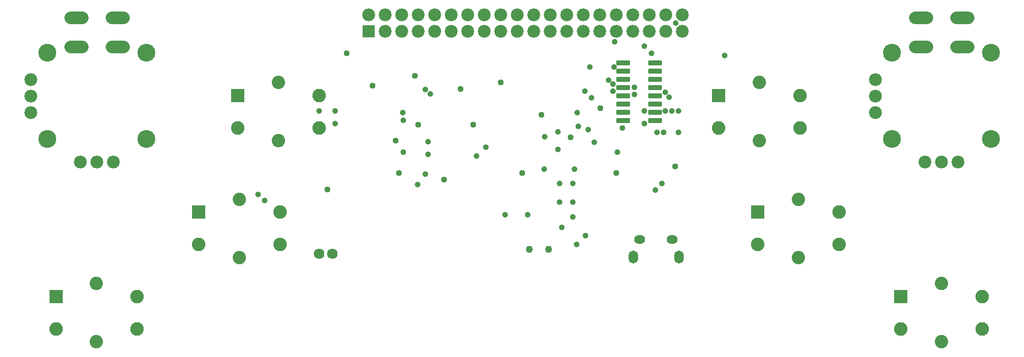
<source format=gbr>
G04 EAGLE Gerber RS-274X export*
G75*
%MOMM*%
%FSLAX34Y34*%
%LPD*%
%INSoldermask Top*%
%IPPOS*%
%AMOC8*
5,1,8,0,0,1.08239X$1,22.5*%
G01*
%ADD10C,1.411200*%
%ADD11C,1.473200*%
%ADD12C,1.103200*%
%ADD13C,2.743200*%
%ADD14C,1.981200*%
%ADD15C,1.981200*%
%ADD16C,0.353406*%
%ADD17R,1.981200X1.981200*%
%ADD18R,2.078200X2.078200*%
%ADD19C,2.078200*%
%ADD20C,2.053200*%
%ADD21C,1.625600*%
%ADD22C,0.959600*%
%ADD23C,0.909600*%


D10*
X1036962Y622474D03*
X1034422Y622474D03*
X1035692Y622474D03*
X987178Y622474D03*
X984638Y622474D03*
X986162Y622474D03*
D11*
X1045852Y598090D03*
X975748Y598090D03*
X1045852Y593010D03*
X1045852Y595296D03*
X975748Y593010D03*
X975748Y595550D03*
D12*
X846000Y607400D03*
X816000Y607400D03*
D13*
X1373500Y910675D03*
X1525900Y910675D03*
X1525900Y777325D03*
X1373500Y777325D03*
D14*
X1475100Y742400D03*
X1449700Y742400D03*
X1424300Y742400D03*
X1348100Y844000D03*
X1348100Y818600D03*
X1348100Y869400D03*
D15*
X1472560Y920200D02*
X1490340Y920200D01*
X1426840Y920200D02*
X1409060Y920200D01*
X1409060Y965200D02*
X1426840Y965200D01*
X1472560Y965200D02*
X1490340Y965200D01*
D16*
X1017999Y808299D02*
X1000501Y808299D01*
X1017999Y808299D02*
X1017999Y803801D01*
X1000501Y803801D01*
X1000501Y808299D01*
X1000501Y807158D02*
X1017999Y807158D01*
X1017999Y820999D02*
X1000501Y820999D01*
X1017999Y820999D02*
X1017999Y816501D01*
X1000501Y816501D01*
X1000501Y820999D01*
X1000501Y819858D02*
X1017999Y819858D01*
X1017999Y833699D02*
X1000501Y833699D01*
X1017999Y833699D02*
X1017999Y829201D01*
X1000501Y829201D01*
X1000501Y833699D01*
X1000501Y832558D02*
X1017999Y832558D01*
X1017999Y846399D02*
X1000501Y846399D01*
X1017999Y846399D02*
X1017999Y841901D01*
X1000501Y841901D01*
X1000501Y846399D01*
X1000501Y845258D02*
X1017999Y845258D01*
X1017999Y859099D02*
X1000501Y859099D01*
X1017999Y859099D02*
X1017999Y854601D01*
X1000501Y854601D01*
X1000501Y859099D01*
X1000501Y857958D02*
X1017999Y857958D01*
X1017999Y871799D02*
X1000501Y871799D01*
X1017999Y871799D02*
X1017999Y867301D01*
X1000501Y867301D01*
X1000501Y871799D01*
X1000501Y870658D02*
X1017999Y870658D01*
X1017999Y884499D02*
X1000501Y884499D01*
X1017999Y884499D02*
X1017999Y880001D01*
X1000501Y880001D01*
X1000501Y884499D01*
X1000501Y883358D02*
X1017999Y883358D01*
X1017999Y897199D02*
X1000501Y897199D01*
X1017999Y897199D02*
X1017999Y892701D01*
X1000501Y892701D01*
X1000501Y897199D01*
X1000501Y896058D02*
X1017999Y896058D01*
X968899Y897199D02*
X951401Y897199D01*
X968899Y897199D02*
X968899Y892701D01*
X951401Y892701D01*
X951401Y897199D01*
X951401Y896058D02*
X968899Y896058D01*
X968899Y884499D02*
X951401Y884499D01*
X968899Y884499D02*
X968899Y880001D01*
X951401Y880001D01*
X951401Y884499D01*
X951401Y883358D02*
X968899Y883358D01*
X968899Y871799D02*
X951401Y871799D01*
X968899Y871799D02*
X968899Y867301D01*
X951401Y867301D01*
X951401Y871799D01*
X951401Y870658D02*
X968899Y870658D01*
X968899Y859099D02*
X951401Y859099D01*
X968899Y859099D02*
X968899Y854601D01*
X951401Y854601D01*
X951401Y859099D01*
X951401Y857958D02*
X968899Y857958D01*
X968899Y846399D02*
X951401Y846399D01*
X968899Y846399D02*
X968899Y841901D01*
X951401Y841901D01*
X951401Y846399D01*
X951401Y845258D02*
X968899Y845258D01*
X968899Y833699D02*
X951401Y833699D01*
X968899Y833699D02*
X968899Y829201D01*
X951401Y829201D01*
X951401Y833699D01*
X951401Y832558D02*
X968899Y832558D01*
X968899Y820999D02*
X951401Y820999D01*
X968899Y820999D02*
X968899Y816501D01*
X951401Y816501D01*
X951401Y820999D01*
X951401Y819858D02*
X968899Y819858D01*
X968899Y808299D02*
X951401Y808299D01*
X968899Y808299D02*
X968899Y803801D01*
X951401Y803801D01*
X951401Y808299D01*
X951401Y807158D02*
X968899Y807158D01*
D13*
X74300Y910675D03*
X226700Y910675D03*
X226700Y777325D03*
X74300Y777325D03*
D14*
X175900Y742400D03*
X150500Y742400D03*
X125100Y742400D03*
X48900Y844000D03*
X48900Y818600D03*
X48900Y869400D03*
D15*
X173360Y920200D02*
X191140Y920200D01*
X127640Y920200D02*
X109860Y920200D01*
X109860Y965200D02*
X127640Y965200D01*
X173360Y965200D02*
X191140Y965200D01*
D17*
X568600Y944000D03*
D14*
X568600Y969400D03*
X594000Y944000D03*
X594000Y969400D03*
X619400Y944000D03*
X619400Y969400D03*
X644800Y944000D03*
X644800Y969400D03*
X670200Y944000D03*
X670200Y969400D03*
X695600Y944000D03*
X695600Y969400D03*
X721000Y944000D03*
X721000Y969400D03*
X746400Y944000D03*
X746400Y969400D03*
X771800Y944000D03*
X771800Y969400D03*
X797200Y944000D03*
X797200Y969400D03*
X822600Y944000D03*
X822600Y969400D03*
X848000Y944000D03*
X848000Y969400D03*
X873400Y944000D03*
X873400Y969400D03*
X898800Y944000D03*
X898800Y969400D03*
X924200Y944000D03*
X924200Y969400D03*
X949600Y944000D03*
X949600Y969400D03*
X975000Y944000D03*
X975000Y969400D03*
X1000400Y944000D03*
X1000400Y969400D03*
X1025800Y944000D03*
X1025800Y969400D03*
X1051200Y944000D03*
X1051200Y969400D03*
D18*
X87500Y535000D03*
D19*
X87500Y485000D03*
X212500Y535000D03*
X212500Y485000D03*
D20*
X150000Y555000D03*
X150000Y465000D03*
D18*
X1107500Y845000D03*
D19*
X1107500Y795000D03*
X1232500Y845000D03*
X1232500Y795000D03*
D20*
X1170000Y865000D03*
X1170000Y775000D03*
D18*
X1167500Y665000D03*
D19*
X1167500Y615000D03*
X1292500Y665000D03*
X1292500Y615000D03*
D20*
X1230000Y685000D03*
X1230000Y595000D03*
D18*
X1387500Y535000D03*
D19*
X1387500Y485000D03*
X1512500Y535000D03*
X1512500Y485000D03*
D20*
X1450000Y555000D03*
X1450000Y465000D03*
D18*
X307500Y665000D03*
D19*
X307500Y615000D03*
X432500Y665000D03*
X432500Y615000D03*
D20*
X370000Y685000D03*
X370000Y595000D03*
D18*
X367500Y845000D03*
D19*
X367500Y795000D03*
X492500Y845000D03*
X492500Y795000D03*
D20*
X430000Y865000D03*
X430000Y775000D03*
D21*
X512500Y600800D03*
X492500Y600800D03*
D22*
X640000Y875000D03*
X771832Y865000D03*
X805000Y725000D03*
X879468Y780000D03*
X685000Y715000D03*
X615000Y725000D03*
X1040000Y735000D03*
X950000Y725000D03*
X730000Y800000D03*
X575000Y860000D03*
X505000Y700000D03*
X925000Y825000D03*
X835000Y815000D03*
X710000Y855000D03*
X535000Y910000D03*
X610000Y775000D03*
X645000Y800000D03*
D23*
X958750Y795000D03*
X977500Y857500D03*
X911250Y841250D03*
X901250Y851250D03*
X663750Y847500D03*
X622500Y806250D03*
X902500Y628750D03*
X888750Y615000D03*
X1116250Y906250D03*
X977500Y846250D03*
X891250Y797500D03*
X778750Y661250D03*
X408750Y682500D03*
X398750Y692500D03*
X1031250Y842500D03*
X1025000Y850000D03*
X882500Y708750D03*
X813750Y661250D03*
X992500Y921250D03*
X1003750Y910000D03*
X1025000Y821250D03*
X1012500Y787500D03*
X916250Y772500D03*
X906250Y792500D03*
X517500Y801250D03*
X517500Y821250D03*
X1022500Y787500D03*
X1035000Y821250D03*
X492500Y821250D03*
X882500Y657500D03*
X866250Y641250D03*
X660000Y773750D03*
X660000Y753750D03*
X622500Y757500D03*
X656250Y723750D03*
X643750Y707500D03*
X748750Y765000D03*
X735000Y751250D03*
X1010000Y698750D03*
X1020000Y708750D03*
X951250Y757500D03*
X890000Y818750D03*
X860000Y761250D03*
X840000Y781250D03*
X621250Y818750D03*
X656250Y853750D03*
X945000Y851250D03*
X937500Y868750D03*
X945000Y862500D03*
X946250Y888750D03*
X862500Y708750D03*
X885000Y731250D03*
X992500Y821250D03*
X992500Y801250D03*
X862500Y680000D03*
X882500Y680000D03*
X1045000Y821250D03*
X1045000Y787500D03*
X838750Y731250D03*
X860000Y788750D03*
X908750Y888750D03*
X947500Y927500D03*
X1041250Y956250D03*
M02*

</source>
